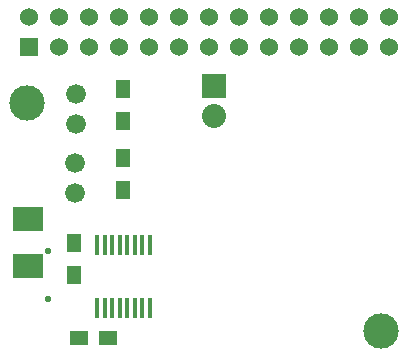
<source format=gbr>
G04 #@! TF.FileFunction,Soldermask,Top*
%FSLAX46Y46*%
G04 Gerber Fmt 4.6, Leading zero omitted, Abs format (unit mm)*
G04 Created by KiCad (PCBNEW 4.0.1-stable) date 4/22/2016 1:25:18 PM*
%MOMM*%
G01*
G04 APERTURE LIST*
%ADD10C,0.150000*%
%ADD11R,1.500000X1.250000*%
%ADD12R,2.500000X2.000000*%
%ADD13C,3.000000*%
%ADD14R,0.406400X1.651000*%
%ADD15R,1.524000X1.524000*%
%ADD16C,1.524000*%
%ADD17C,1.676400*%
%ADD18R,1.300000X1.500000*%
%ADD19R,2.032000X2.032000*%
%ADD20O,2.032000X2.032000*%
%ADD21C,0.550000*%
G04 APERTURE END LIST*
D10*
D11*
X8616000Y-29083000D03*
X6116000Y-29083000D03*
D12*
X1800000Y-23000000D03*
X1800000Y-19000000D03*
D13*
X1778000Y-9144000D03*
X31750000Y-28448000D03*
D14*
X10223500Y-21209000D03*
X9588500Y-21209000D03*
X8953500Y-21209000D03*
X8318500Y-21209000D03*
X12128500Y-26543000D03*
X12128500Y-21209000D03*
X11493500Y-21209000D03*
X10858500Y-21209000D03*
X7683500Y-26543000D03*
X8318500Y-26543000D03*
X8953500Y-26543000D03*
X9588500Y-26543000D03*
X10223500Y-26543000D03*
X10858500Y-26543000D03*
X7683500Y-21209000D03*
X11493500Y-26543000D03*
D15*
X1905000Y-4445000D03*
D16*
X1905000Y-1905000D03*
X4445000Y-4445000D03*
X4445000Y-1905000D03*
X6985000Y-4445000D03*
X6985000Y-1905000D03*
X9525000Y-4445000D03*
X9525000Y-1905000D03*
X12065000Y-4445000D03*
X12065000Y-1905000D03*
X14605000Y-4445000D03*
X14605000Y-1905000D03*
X17145000Y-4445000D03*
X17145000Y-1905000D03*
X19685000Y-4445000D03*
X19685000Y-1905000D03*
X22225000Y-4445000D03*
X22225000Y-1905000D03*
X24765000Y-4445000D03*
X24765000Y-1905000D03*
X27305000Y-4445000D03*
X27305000Y-1905000D03*
X29845000Y-4445000D03*
X29845000Y-1905000D03*
X32385000Y-4445000D03*
X32385000Y-1905000D03*
D17*
X5842000Y-14224000D03*
X5842000Y-16764000D03*
X5880000Y-8380000D03*
X5880000Y-10920000D03*
D18*
X5760000Y-23690000D03*
X5760000Y-20990000D03*
X9906000Y-16526500D03*
X9906000Y-13826500D03*
X9906000Y-10684500D03*
X9906000Y-7984500D03*
D19*
X17550000Y-7730000D03*
D20*
X17550000Y-10270000D03*
D21*
X3475000Y-25730000D03*
X3475000Y-21730000D03*
M02*

</source>
